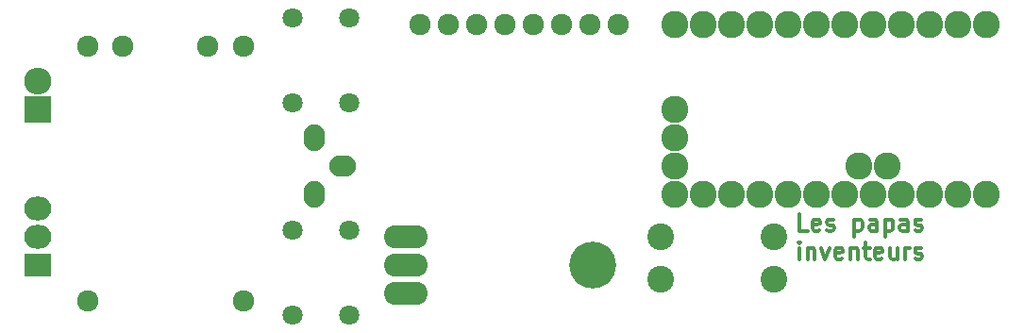
<source format=gts>
G04 #@! TF.FileFunction,Soldermask,Top*
%FSLAX46Y46*%
G04 Gerber Fmt 4.6, Leading zero omitted, Abs format (unit mm)*
G04 Created by KiCad (PCBNEW 4.0.2+dfsg1-stable) date Wed 06 Sep 2017 09:22:59 AM EDT*
%MOMM*%
G01*
G04 APERTURE LIST*
%ADD10C,0.100000*%
%ADD11C,0.300000*%
%ADD12C,1.924000*%
%ADD13C,2.432000*%
%ADD14O,2.398980X1.901140*%
%ADD15O,1.901140X2.398980*%
%ADD16O,3.900120X2.099260*%
%ADD17C,4.199840*%
%ADD18C,2.398980*%
%ADD19C,1.797000*%
%ADD20R,2.432000X2.432000*%
%ADD21O,2.432000X2.432000*%
%ADD22R,2.432000X2.127200*%
%ADD23O,2.432000X2.127200*%
G04 APERTURE END LIST*
D10*
D11*
X169907857Y-127689429D02*
X169907857Y-126673429D01*
X169907857Y-126165429D02*
X169835286Y-126238000D01*
X169907857Y-126310571D01*
X169980429Y-126238000D01*
X169907857Y-126165429D01*
X169907857Y-126310571D01*
X170633571Y-126673429D02*
X170633571Y-127689429D01*
X170633571Y-126818571D02*
X170706143Y-126746000D01*
X170851285Y-126673429D01*
X171069000Y-126673429D01*
X171214143Y-126746000D01*
X171286714Y-126891143D01*
X171286714Y-127689429D01*
X171867285Y-126673429D02*
X172230142Y-127689429D01*
X172593000Y-126673429D01*
X173754143Y-127616857D02*
X173609000Y-127689429D01*
X173318714Y-127689429D01*
X173173571Y-127616857D01*
X173101000Y-127471714D01*
X173101000Y-126891143D01*
X173173571Y-126746000D01*
X173318714Y-126673429D01*
X173609000Y-126673429D01*
X173754143Y-126746000D01*
X173826714Y-126891143D01*
X173826714Y-127036286D01*
X173101000Y-127181429D01*
X174479857Y-126673429D02*
X174479857Y-127689429D01*
X174479857Y-126818571D02*
X174552429Y-126746000D01*
X174697571Y-126673429D01*
X174915286Y-126673429D01*
X175060429Y-126746000D01*
X175133000Y-126891143D01*
X175133000Y-127689429D01*
X175641000Y-126673429D02*
X176221571Y-126673429D01*
X175858714Y-126165429D02*
X175858714Y-127471714D01*
X175931286Y-127616857D01*
X176076428Y-127689429D01*
X176221571Y-127689429D01*
X177310143Y-127616857D02*
X177165000Y-127689429D01*
X176874714Y-127689429D01*
X176729571Y-127616857D01*
X176657000Y-127471714D01*
X176657000Y-126891143D01*
X176729571Y-126746000D01*
X176874714Y-126673429D01*
X177165000Y-126673429D01*
X177310143Y-126746000D01*
X177382714Y-126891143D01*
X177382714Y-127036286D01*
X176657000Y-127181429D01*
X178689000Y-126673429D02*
X178689000Y-127689429D01*
X178035857Y-126673429D02*
X178035857Y-127471714D01*
X178108429Y-127616857D01*
X178253571Y-127689429D01*
X178471286Y-127689429D01*
X178616429Y-127616857D01*
X178689000Y-127544286D01*
X179414714Y-127689429D02*
X179414714Y-126673429D01*
X179414714Y-126963714D02*
X179487286Y-126818571D01*
X179559857Y-126746000D01*
X179705000Y-126673429D01*
X179850143Y-126673429D01*
X180285572Y-127616857D02*
X180430715Y-127689429D01*
X180721000Y-127689429D01*
X180866143Y-127616857D01*
X180938715Y-127471714D01*
X180938715Y-127399143D01*
X180866143Y-127254000D01*
X180721000Y-127181429D01*
X180503286Y-127181429D01*
X180358143Y-127108857D01*
X180285572Y-126963714D01*
X180285572Y-126891143D01*
X180358143Y-126746000D01*
X180503286Y-126673429D01*
X180721000Y-126673429D01*
X180866143Y-126746000D01*
X170633571Y-125149429D02*
X169907857Y-125149429D01*
X169907857Y-123625429D01*
X171722143Y-125076857D02*
X171577000Y-125149429D01*
X171286714Y-125149429D01*
X171141571Y-125076857D01*
X171069000Y-124931714D01*
X171069000Y-124351143D01*
X171141571Y-124206000D01*
X171286714Y-124133429D01*
X171577000Y-124133429D01*
X171722143Y-124206000D01*
X171794714Y-124351143D01*
X171794714Y-124496286D01*
X171069000Y-124641429D01*
X172375286Y-125076857D02*
X172520429Y-125149429D01*
X172810714Y-125149429D01*
X172955857Y-125076857D01*
X173028429Y-124931714D01*
X173028429Y-124859143D01*
X172955857Y-124714000D01*
X172810714Y-124641429D01*
X172593000Y-124641429D01*
X172447857Y-124568857D01*
X172375286Y-124423714D01*
X172375286Y-124351143D01*
X172447857Y-124206000D01*
X172593000Y-124133429D01*
X172810714Y-124133429D01*
X172955857Y-124206000D01*
X174842714Y-124133429D02*
X174842714Y-125657429D01*
X174842714Y-124206000D02*
X174987857Y-124133429D01*
X175278143Y-124133429D01*
X175423286Y-124206000D01*
X175495857Y-124278571D01*
X175568428Y-124423714D01*
X175568428Y-124859143D01*
X175495857Y-125004286D01*
X175423286Y-125076857D01*
X175278143Y-125149429D01*
X174987857Y-125149429D01*
X174842714Y-125076857D01*
X176874714Y-125149429D02*
X176874714Y-124351143D01*
X176802143Y-124206000D01*
X176657000Y-124133429D01*
X176366714Y-124133429D01*
X176221571Y-124206000D01*
X176874714Y-125076857D02*
X176729571Y-125149429D01*
X176366714Y-125149429D01*
X176221571Y-125076857D01*
X176149000Y-124931714D01*
X176149000Y-124786571D01*
X176221571Y-124641429D01*
X176366714Y-124568857D01*
X176729571Y-124568857D01*
X176874714Y-124496286D01*
X177600428Y-124133429D02*
X177600428Y-125657429D01*
X177600428Y-124206000D02*
X177745571Y-124133429D01*
X178035857Y-124133429D01*
X178181000Y-124206000D01*
X178253571Y-124278571D01*
X178326142Y-124423714D01*
X178326142Y-124859143D01*
X178253571Y-125004286D01*
X178181000Y-125076857D01*
X178035857Y-125149429D01*
X177745571Y-125149429D01*
X177600428Y-125076857D01*
X179632428Y-125149429D02*
X179632428Y-124351143D01*
X179559857Y-124206000D01*
X179414714Y-124133429D01*
X179124428Y-124133429D01*
X178979285Y-124206000D01*
X179632428Y-125076857D02*
X179487285Y-125149429D01*
X179124428Y-125149429D01*
X178979285Y-125076857D01*
X178906714Y-124931714D01*
X178906714Y-124786571D01*
X178979285Y-124641429D01*
X179124428Y-124568857D01*
X179487285Y-124568857D01*
X179632428Y-124496286D01*
X180285571Y-125076857D02*
X180430714Y-125149429D01*
X180720999Y-125149429D01*
X180866142Y-125076857D01*
X180938714Y-124931714D01*
X180938714Y-124859143D01*
X180866142Y-124714000D01*
X180720999Y-124641429D01*
X180503285Y-124641429D01*
X180358142Y-124568857D01*
X180285571Y-124423714D01*
X180285571Y-124351143D01*
X180358142Y-124206000D01*
X180503285Y-124133429D01*
X180720999Y-124133429D01*
X180866142Y-124206000D01*
D12*
X109220000Y-108585000D03*
X116840000Y-108585000D03*
X106045000Y-108585000D03*
X120015000Y-108585000D03*
X120015000Y-131445000D03*
X106045000Y-131445000D03*
D13*
X186690000Y-106680000D03*
X184150000Y-106680000D03*
X181610000Y-106680000D03*
X179070000Y-106680000D03*
X176530000Y-106680000D03*
X173990000Y-106680000D03*
X171450000Y-106680000D03*
X168910000Y-106680000D03*
X166370000Y-106680000D03*
X163830000Y-106680000D03*
X161290000Y-106680000D03*
X158750000Y-106680000D03*
X186690000Y-121920000D03*
X184150000Y-121920000D03*
X181610000Y-121920000D03*
X179070000Y-121920000D03*
X176530000Y-121920000D03*
X173990000Y-121920000D03*
X171450000Y-121920000D03*
X168910000Y-121920000D03*
X166370000Y-121920000D03*
X163830000Y-121920000D03*
X161290000Y-121920000D03*
X158750000Y-121920000D03*
X177800000Y-119380000D03*
X175260000Y-119380000D03*
X158750000Y-119380000D03*
X158750000Y-116840000D03*
X158750000Y-114300000D03*
D14*
X128905000Y-119380000D03*
D15*
X126365000Y-116840000D03*
X126365000Y-121920000D03*
D16*
X134620000Y-128270000D03*
X134620000Y-125730000D03*
X134620000Y-130810000D03*
D17*
X151384000Y-128270000D03*
D18*
X157480000Y-125730000D03*
X167640000Y-125730000D03*
X157480000Y-129540000D03*
X167640000Y-129540000D03*
D19*
X124460000Y-113665000D03*
X129540000Y-113665000D03*
X124460000Y-106045000D03*
X129540000Y-106045000D03*
X124460000Y-132715000D03*
X129540000Y-132715000D03*
X124460000Y-125095000D03*
X129540000Y-125095000D03*
D12*
X153670000Y-106680000D03*
X151130000Y-106680000D03*
X148590000Y-106680000D03*
X146050000Y-106680000D03*
X143510000Y-106680000D03*
X140970000Y-106680000D03*
X138430000Y-106680000D03*
X135890000Y-106680000D03*
D20*
X101600000Y-114300000D03*
D21*
X101600000Y-111760000D03*
D22*
X101600000Y-128270000D03*
D23*
X101600000Y-125730000D03*
X101600000Y-123190000D03*
M02*

</source>
